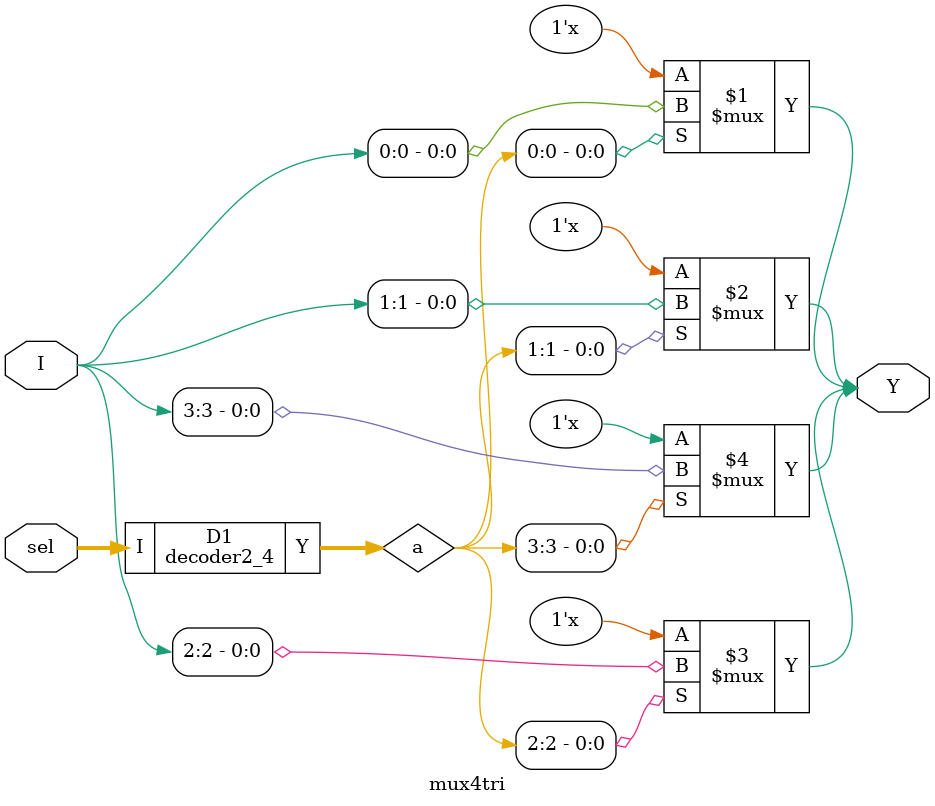
<source format=v>
module decoder2_4(I,Y);
input [1:0] I;
output [3:0] Y;

and g1(Y[0],~I[1],~I[0]);
and g2(Y[1],~I[1],I[0]);
and g3(Y[2],I[1],~I[0]);
and g4(Y[3],I[1],I[0]);
endmodule

module mux4tri(input [3:0] I, input [1:0] sel, output Y);

wire [3:0] a;

decoder2_4 D1(sel,a);

bufif1 B0(Y,I[0],a[0]);
bufif1 B1(Y,I[1],a[1]);
bufif1 B2(Y,I[2],a[2]);
bufif1 B3(Y,I[3],a[3]);

endmodule
</source>
